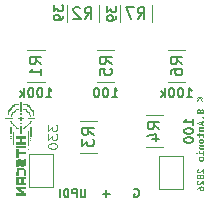
<source format=gbr>
%TF.GenerationSoftware,KiCad,Pcbnew,9.0.7*%
%TF.CreationDate,2026-01-19T15:41:53+08:00*%
%TF.ProjectId,mini-ir-blaster,6d696e69-2d69-4722-9d62-6c6173746572,rev?*%
%TF.SameCoordinates,Original*%
%TF.FileFunction,Legend,Bot*%
%TF.FilePolarity,Positive*%
%FSLAX46Y46*%
G04 Gerber Fmt 4.6, Leading zero omitted, Abs format (unit mm)*
G04 Created by KiCad (PCBNEW 9.0.7) date 2026-01-19 15:41:53*
%MOMM*%
%LPD*%
G01*
G04 APERTURE LIST*
%ADD10C,0.100000*%
%ADD11C,0.150000*%
%ADD12C,0.125000*%
%ADD13C,0.000000*%
%ADD14C,0.120000*%
G04 APERTURE END LIST*
D10*
G36*
X190517416Y-113246317D02*
G01*
X190542355Y-113256661D01*
X190563416Y-113273766D01*
X190579148Y-113296039D01*
X190588898Y-113323022D01*
X190592359Y-113356015D01*
X190588916Y-113388464D01*
X190579183Y-113415187D01*
X190563416Y-113437421D01*
X190542355Y-113454526D01*
X190517416Y-113464870D01*
X190487433Y-113468489D01*
X190487433Y-113397158D01*
X190504458Y-113394228D01*
X190517658Y-113385800D01*
X190526354Y-113372935D01*
X190529381Y-113356015D01*
X190526369Y-113339019D01*
X190517658Y-113325790D01*
X190504428Y-113317078D01*
X190487433Y-113314066D01*
X190395072Y-113314066D01*
X190377424Y-113317128D01*
X190364444Y-113325790D01*
X190356044Y-113338986D01*
X190353123Y-113356015D01*
X190356059Y-113372969D01*
X190364444Y-113385800D01*
X190377392Y-113394179D01*
X190395072Y-113397158D01*
X190395072Y-113468489D01*
X190365090Y-113464869D01*
X190340164Y-113454525D01*
X190319125Y-113437421D01*
X190303337Y-113415184D01*
X190293592Y-113388462D01*
X190290145Y-113356015D01*
X190293610Y-113323025D01*
X190303372Y-113296041D01*
X190319125Y-113273766D01*
X190340164Y-113256662D01*
X190365090Y-113246318D01*
X190395072Y-113242698D01*
X190487433Y-113242698D01*
X190517416Y-113246317D01*
G37*
G36*
X190543748Y-113140908D02*
G01*
X190578743Y-113149947D01*
X190609981Y-113164626D01*
X190637892Y-113184847D01*
X190661293Y-113209717D01*
X190680506Y-113239731D01*
X190694217Y-113272785D01*
X190702717Y-113309902D01*
X190705676Y-113351838D01*
X190702697Y-113394317D01*
X190694178Y-113431532D01*
X190680506Y-113464312D01*
X190661317Y-113494070D01*
X190637919Y-113518814D01*
X190609981Y-113539014D01*
X190578743Y-113553693D01*
X190543748Y-113562732D01*
X190504212Y-113565868D01*
X190378293Y-113565868D01*
X190338732Y-113562730D01*
X190303739Y-113553690D01*
X190272523Y-113539014D01*
X190244588Y-113518813D01*
X190221203Y-113494069D01*
X190202035Y-113464312D01*
X190188342Y-113431530D01*
X190179811Y-113394315D01*
X190176829Y-113351838D01*
X190218814Y-113351838D01*
X190221186Y-113384898D01*
X190227993Y-113414062D01*
X190238964Y-113439949D01*
X190254241Y-113463441D01*
X190272758Y-113482902D01*
X190294762Y-113498714D01*
X190319334Y-113510175D01*
X190346967Y-113517248D01*
X190378293Y-113519706D01*
X190504212Y-113519706D01*
X190535541Y-113517255D01*
X190563317Y-113510188D01*
X190588146Y-113498714D01*
X190610377Y-113482864D01*
X190628894Y-113463401D01*
X190643980Y-113439949D01*
X190654704Y-113414087D01*
X190661367Y-113384921D01*
X190663690Y-113351838D01*
X190661367Y-113318731D01*
X190654703Y-113289553D01*
X190643980Y-113263691D01*
X190628894Y-113240239D01*
X190610377Y-113220776D01*
X190588146Y-113204926D01*
X190563317Y-113193452D01*
X190535541Y-113186385D01*
X190504212Y-113183934D01*
X190378293Y-113183934D01*
X190346967Y-113186392D01*
X190319334Y-113193465D01*
X190294762Y-113204926D01*
X190272758Y-113220738D01*
X190254241Y-113240199D01*
X190238964Y-113263691D01*
X190227994Y-113289578D01*
X190221186Y-113318753D01*
X190218814Y-113351838D01*
X190176829Y-113351838D01*
X190179791Y-113309904D01*
X190188304Y-113272787D01*
X190202035Y-113239731D01*
X190221226Y-113209718D01*
X190244615Y-113184848D01*
X190272523Y-113164626D01*
X190303739Y-113149950D01*
X190338732Y-113140910D01*
X190378293Y-113137772D01*
X190504212Y-113137772D01*
X190543748Y-113140908D01*
G37*
G36*
X190806389Y-114360549D02*
G01*
X190803699Y-114317940D01*
X190796019Y-114280556D01*
X190783748Y-114247636D01*
X190766223Y-114217454D01*
X190744885Y-114192761D01*
X190719524Y-114172934D01*
X190690788Y-114158487D01*
X190658448Y-114149604D01*
X190621705Y-114146519D01*
X190621705Y-114269068D01*
X190643502Y-114271925D01*
X190661542Y-114280124D01*
X190676733Y-114293834D01*
X190687772Y-114311422D01*
X190694767Y-114333284D01*
X190697286Y-114360549D01*
X190694836Y-114387313D01*
X190688101Y-114408304D01*
X190677576Y-114424773D01*
X190663064Y-114437533D01*
X190645848Y-114445185D01*
X190625076Y-114447854D01*
X190600373Y-114444053D01*
X190578511Y-114432723D01*
X190566576Y-114421384D01*
X190557479Y-114406801D01*
X190551217Y-114388283D01*
X190533594Y-114313545D01*
X190518386Y-114267595D01*
X190496685Y-114229838D01*
X190468528Y-114198982D01*
X190443232Y-114180444D01*
X190415880Y-114167312D01*
X190386036Y-114159332D01*
X190353123Y-114156594D01*
X190312716Y-114160198D01*
X190278417Y-114170439D01*
X190249062Y-114186923D01*
X190223833Y-114209900D01*
X190204020Y-114237663D01*
X190189393Y-114270496D01*
X190180124Y-114309375D01*
X190176829Y-114355530D01*
X190180132Y-114401622D01*
X190189453Y-114440728D01*
X190204215Y-114474014D01*
X190224273Y-114502405D01*
X190249785Y-114526091D01*
X190279067Y-114542954D01*
X190312869Y-114553354D01*
X190352281Y-114556994D01*
X190352281Y-114434445D01*
X190331970Y-114431961D01*
X190315635Y-114424947D01*
X190302345Y-114413452D01*
X190292676Y-114398472D01*
X190286516Y-114379526D01*
X190284284Y-114355530D01*
X190286470Y-114332083D01*
X190292487Y-114313705D01*
X190301906Y-114299293D01*
X190314826Y-114288183D01*
X190330237Y-114281486D01*
X190348910Y-114279143D01*
X190370357Y-114282644D01*
X190387142Y-114292688D01*
X190400439Y-114310017D01*
X190410203Y-114337065D01*
X190427825Y-114414295D01*
X190438417Y-114449253D01*
X190453464Y-114479615D01*
X190472932Y-114506007D01*
X190497068Y-114528857D01*
X190524752Y-114547235D01*
X190554975Y-114560399D01*
X190588214Y-114568465D01*
X190625076Y-114571245D01*
X190660704Y-114568270D01*
X190692363Y-114559671D01*
X190720770Y-114545636D01*
X190745866Y-114526376D01*
X190766919Y-114502248D01*
X190784151Y-114472620D01*
X190796170Y-114440289D01*
X190803730Y-114403206D01*
X190806389Y-114360549D01*
G37*
G36*
X190806389Y-114862431D02*
G01*
X190803633Y-114838223D01*
X190795782Y-114818097D01*
X190782905Y-114801139D01*
X190765945Y-114788241D01*
X190745819Y-114780378D01*
X190721613Y-114777618D01*
X190697408Y-114780379D01*
X190677295Y-114788242D01*
X190660356Y-114801139D01*
X190647458Y-114818099D01*
X190639596Y-114838225D01*
X190636836Y-114862431D01*
X190639597Y-114886636D01*
X190647460Y-114906749D01*
X190660356Y-114923688D01*
X190677295Y-114936584D01*
X190697408Y-114944447D01*
X190721613Y-114947208D01*
X190745819Y-114944448D01*
X190765945Y-114936586D01*
X190782905Y-114923688D01*
X190795780Y-114906752D01*
X190803632Y-114886639D01*
X190806389Y-114862431D01*
G37*
G36*
X190798000Y-115263527D02*
G01*
X190659514Y-115292909D01*
X190659514Y-115438979D01*
X190798000Y-115468361D01*
X190798000Y-115596772D01*
X190185219Y-115444841D01*
X190185219Y-115365963D01*
X190298535Y-115365963D01*
X190347665Y-115375598D01*
X190411046Y-115387761D01*
X190558764Y-115417144D01*
X190558764Y-115313902D01*
X190410203Y-115344970D01*
X190347262Y-115357133D01*
X190298535Y-115365963D01*
X190185219Y-115365963D01*
X190185219Y-115285362D01*
X190798000Y-115135116D01*
X190798000Y-115263527D01*
G37*
G36*
X190798000Y-115673049D02*
G01*
X190336307Y-115673049D01*
X190336307Y-115794755D01*
X190420278Y-115794755D01*
X190393902Y-115804161D01*
X190371734Y-115818478D01*
X190353123Y-115837986D01*
X190339339Y-115861229D01*
X190330873Y-115887943D01*
X190327918Y-115918989D01*
X190331014Y-115951720D01*
X190339907Y-115980075D01*
X190354417Y-116004922D01*
X190374922Y-116026847D01*
X190399392Y-116044123D01*
X190427863Y-116056795D01*
X190461084Y-116064769D01*
X190499999Y-116067587D01*
X190798000Y-116067587D01*
X190798000Y-115941667D01*
X190512602Y-115941667D01*
X190489263Y-115939333D01*
X190471047Y-115932901D01*
X190456804Y-115922763D01*
X190446096Y-115909020D01*
X190439440Y-115891877D01*
X190437057Y-115870336D01*
X190439440Y-115848770D01*
X190446096Y-115831602D01*
X190456804Y-115817836D01*
X190471045Y-115807719D01*
X190489260Y-115801299D01*
X190512602Y-115798968D01*
X190798000Y-115798968D01*
X190798000Y-115673049D01*
G37*
G36*
X190798000Y-116419187D02*
G01*
X190795216Y-116384204D01*
X190787356Y-116354683D01*
X190774851Y-116329647D01*
X190757699Y-116308361D01*
X190736415Y-116291225D01*
X190711386Y-116278731D01*
X190681876Y-116270879D01*
X190646911Y-116268098D01*
X190449660Y-116268098D01*
X190449660Y-116143864D01*
X190336307Y-116143864D01*
X190336307Y-116268098D01*
X190206211Y-116268098D01*
X190206211Y-116393981D01*
X190336307Y-116393981D01*
X190336307Y-116574452D01*
X190449660Y-116574452D01*
X190449660Y-116393981D01*
X190642698Y-116393981D01*
X190659862Y-116396511D01*
X190672923Y-116403616D01*
X190681590Y-116415128D01*
X190684683Y-116431753D01*
X190684683Y-116570275D01*
X190798000Y-116570275D01*
X190798000Y-116419187D01*
G37*
G36*
X190657973Y-116677985D02*
G01*
X190690057Y-116686320D01*
X190718682Y-116699858D01*
X190744199Y-116718538D01*
X190765652Y-116741729D01*
X190783308Y-116769944D01*
X190795830Y-116800949D01*
X190803651Y-116836227D01*
X190806389Y-116876556D01*
X190803632Y-116917430D01*
X190795794Y-116952817D01*
X190783308Y-116983571D01*
X190765674Y-117011527D01*
X190744225Y-117034578D01*
X190718682Y-117053217D01*
X190690057Y-117066754D01*
X190657973Y-117075090D01*
X190621705Y-117077983D01*
X190512602Y-117077983D01*
X190476358Y-117075090D01*
X190444286Y-117066756D01*
X190415662Y-117053217D01*
X190390096Y-117034576D01*
X190368635Y-117011524D01*
X190350998Y-116983571D01*
X190338513Y-116952817D01*
X190330675Y-116917430D01*
X190327918Y-116876556D01*
X190437057Y-116876556D01*
X190439462Y-116900428D01*
X190446046Y-116918747D01*
X190456365Y-116932793D01*
X190470411Y-116943111D01*
X190488729Y-116949695D01*
X190512602Y-116952100D01*
X190621705Y-116952100D01*
X190645036Y-116949724D01*
X190663278Y-116943163D01*
X190677576Y-116932793D01*
X190688127Y-116918714D01*
X190694838Y-116900394D01*
X190697286Y-116876556D01*
X190694866Y-116853258D01*
X190688178Y-116835029D01*
X190677576Y-116820722D01*
X190663246Y-116810118D01*
X190645004Y-116803430D01*
X190621705Y-116801011D01*
X190512602Y-116801011D01*
X190488763Y-116803459D01*
X190470443Y-116810170D01*
X190456365Y-116820722D01*
X190445996Y-116834997D01*
X190439435Y-116853225D01*
X190437057Y-116876556D01*
X190327918Y-116876556D01*
X190330656Y-116836227D01*
X190338477Y-116800949D01*
X190350998Y-116769944D01*
X190368657Y-116741731D01*
X190390121Y-116718541D01*
X190415662Y-116699858D01*
X190444286Y-116686319D01*
X190476358Y-116677984D01*
X190512602Y-116675092D01*
X190621705Y-116675092D01*
X190657973Y-116677985D01*
G37*
G36*
X190798000Y-117183642D02*
G01*
X190336307Y-117183642D01*
X190336307Y-117305348D01*
X190420278Y-117305348D01*
X190393902Y-117314754D01*
X190371734Y-117329071D01*
X190353123Y-117348579D01*
X190339339Y-117371823D01*
X190330873Y-117398536D01*
X190327918Y-117429583D01*
X190331014Y-117462313D01*
X190339907Y-117490668D01*
X190354417Y-117515515D01*
X190374922Y-117537440D01*
X190399392Y-117554716D01*
X190427863Y-117567388D01*
X190461084Y-117575362D01*
X190499999Y-117578180D01*
X190798000Y-117578180D01*
X190798000Y-117452260D01*
X190512602Y-117452260D01*
X190489263Y-117449926D01*
X190471047Y-117443494D01*
X190456804Y-117433356D01*
X190446096Y-117419613D01*
X190439440Y-117402470D01*
X190437057Y-117380929D01*
X190439440Y-117359363D01*
X190446096Y-117342195D01*
X190456804Y-117328429D01*
X190471045Y-117318313D01*
X190489260Y-117311892D01*
X190512602Y-117309562D01*
X190798000Y-117309562D01*
X190798000Y-117183642D01*
G37*
G36*
X190798000Y-117690544D02*
G01*
X190684683Y-117690544D01*
X190684683Y-117843318D01*
X190449660Y-117843318D01*
X190449660Y-117707323D01*
X190336307Y-117707323D01*
X190336307Y-117969237D01*
X190684683Y-117969237D01*
X190684683Y-118101861D01*
X190798000Y-118101861D01*
X190798000Y-117690544D01*
G37*
G36*
X190263291Y-117900361D02*
G01*
X190261149Y-117878055D01*
X190255172Y-117860023D01*
X190245669Y-117845369D01*
X190232698Y-117834063D01*
X190217026Y-117827222D01*
X190197822Y-117824816D01*
X190178617Y-117827222D01*
X190162945Y-117834063D01*
X190149974Y-117845369D01*
X190140471Y-117860023D01*
X190134494Y-117878055D01*
X190132352Y-117900361D01*
X190134495Y-117922691D01*
X190140474Y-117940720D01*
X190149974Y-117955352D01*
X190162945Y-117966658D01*
X190178617Y-117973500D01*
X190197822Y-117975905D01*
X190217026Y-117973500D01*
X190232698Y-117966658D01*
X190245669Y-117955352D01*
X190255169Y-117940720D01*
X190261148Y-117922691D01*
X190263291Y-117900361D01*
G37*
G36*
X190657973Y-118188578D02*
G01*
X190690057Y-118196914D01*
X190718682Y-118210451D01*
X190744199Y-118229132D01*
X190765652Y-118252322D01*
X190783308Y-118280537D01*
X190795830Y-118311542D01*
X190803651Y-118346820D01*
X190806389Y-118387149D01*
X190803632Y-118428024D01*
X190795794Y-118463410D01*
X190783308Y-118494164D01*
X190765674Y-118522120D01*
X190744225Y-118545171D01*
X190718682Y-118563810D01*
X190690057Y-118577348D01*
X190657973Y-118585683D01*
X190621705Y-118588576D01*
X190512602Y-118588576D01*
X190476358Y-118585684D01*
X190444286Y-118577349D01*
X190415662Y-118563810D01*
X190390096Y-118545169D01*
X190368635Y-118522117D01*
X190350998Y-118494164D01*
X190338513Y-118463410D01*
X190330675Y-118428024D01*
X190327918Y-118387149D01*
X190437057Y-118387149D01*
X190439462Y-118411022D01*
X190446046Y-118429340D01*
X190456365Y-118443386D01*
X190470411Y-118453705D01*
X190488729Y-118460288D01*
X190512602Y-118462693D01*
X190621705Y-118462693D01*
X190645036Y-118460317D01*
X190663278Y-118453756D01*
X190677576Y-118443386D01*
X190688127Y-118429307D01*
X190694838Y-118410988D01*
X190697286Y-118387149D01*
X190694866Y-118363851D01*
X190688178Y-118345622D01*
X190677576Y-118331315D01*
X190663246Y-118320711D01*
X190645004Y-118314023D01*
X190621705Y-118311605D01*
X190512602Y-118311605D01*
X190488763Y-118314052D01*
X190470443Y-118320763D01*
X190456365Y-118331315D01*
X190445996Y-118345590D01*
X190439435Y-118363818D01*
X190437057Y-118387149D01*
X190327918Y-118387149D01*
X190330656Y-118346820D01*
X190338477Y-118311542D01*
X190350998Y-118280537D01*
X190368657Y-118252324D01*
X190390121Y-118229134D01*
X190415662Y-118210451D01*
X190444286Y-118196912D01*
X190476358Y-118188577D01*
X190512602Y-118185685D01*
X190621705Y-118185685D01*
X190657973Y-118188578D01*
G37*
G36*
X190798000Y-119196924D02*
G01*
X190685526Y-119196924D01*
X190454680Y-119429455D01*
X190429414Y-119449142D01*
X190401476Y-119460747D01*
X190369903Y-119464699D01*
X190347740Y-119462299D01*
X190328959Y-119455425D01*
X190312823Y-119444146D01*
X190300322Y-119429155D01*
X190292781Y-119411388D01*
X190290145Y-119389998D01*
X190292864Y-119368103D01*
X190300672Y-119349773D01*
X190313666Y-119334164D01*
X190330432Y-119322475D01*
X190350287Y-119315294D01*
X190374079Y-119312768D01*
X190374079Y-119186849D01*
X190335665Y-119189936D01*
X190301654Y-119198835D01*
X190271278Y-119213300D01*
X190244052Y-119233120D01*
X190221070Y-119257312D01*
X190202035Y-119286317D01*
X190188278Y-119318265D01*
X190179780Y-119353988D01*
X190176829Y-119394211D01*
X190179555Y-119433373D01*
X190187363Y-119467810D01*
X190199910Y-119498258D01*
X190217506Y-119525983D01*
X190238964Y-119549063D01*
X190264573Y-119567941D01*
X190293213Y-119581759D01*
X190325015Y-119590222D01*
X190360670Y-119593147D01*
X190392685Y-119590832D01*
X190424067Y-119583883D01*
X190455119Y-119572154D01*
X190484205Y-119556086D01*
X190514196Y-119533735D01*
X190545318Y-119504157D01*
X190684683Y-119358087D01*
X190684683Y-119599851D01*
X190798000Y-119599851D01*
X190798000Y-119196924D01*
G37*
G36*
X190506290Y-119840949D02*
G01*
X190519871Y-119846449D01*
X190530663Y-119855317D01*
X190541492Y-119873648D01*
X190545318Y-119897742D01*
X190541447Y-119922462D01*
X190530663Y-119940533D01*
X190519902Y-119949165D01*
X190506323Y-119954540D01*
X190489081Y-119956470D01*
X190471886Y-119954520D01*
X190458629Y-119949135D01*
X190448378Y-119940533D01*
X190438211Y-119922531D01*
X190434530Y-119897742D01*
X190438167Y-119873583D01*
X190448378Y-119855317D01*
X190458661Y-119846478D01*
X190471920Y-119840968D01*
X190489081Y-119838977D01*
X190506290Y-119840949D01*
G37*
G36*
X190657973Y-119699171D02*
G01*
X190690057Y-119707507D01*
X190718682Y-119721045D01*
X190744199Y-119739725D01*
X190765652Y-119762915D01*
X190783308Y-119791130D01*
X190795830Y-119822136D01*
X190803651Y-119857414D01*
X190806389Y-119897742D01*
X190803632Y-119938617D01*
X190795794Y-119974003D01*
X190783308Y-120004757D01*
X190765674Y-120032713D01*
X190744225Y-120055765D01*
X190718682Y-120074403D01*
X190690057Y-120087941D01*
X190657973Y-120096276D01*
X190621705Y-120099169D01*
X190361513Y-120099169D01*
X190325270Y-120096277D01*
X190293198Y-120087942D01*
X190264573Y-120074403D01*
X190239007Y-120055762D01*
X190217546Y-120032710D01*
X190199910Y-120004757D01*
X190187424Y-119974003D01*
X190179586Y-119938617D01*
X190176829Y-119897742D01*
X190285969Y-119897742D01*
X190288449Y-119923287D01*
X190295305Y-119943448D01*
X190306119Y-119959401D01*
X190320852Y-119971561D01*
X190338978Y-119979026D01*
X190361513Y-119981676D01*
X190621705Y-119981676D01*
X190644241Y-119979027D01*
X190662381Y-119971563D01*
X190677136Y-119959401D01*
X190687949Y-119943448D01*
X190694806Y-119923287D01*
X190697286Y-119897742D01*
X190694833Y-119872738D01*
X190688000Y-119852658D01*
X190677136Y-119836449D01*
X190662350Y-119824049D01*
X190644210Y-119816461D01*
X190621705Y-119813771D01*
X190361513Y-119813771D01*
X190338975Y-119816418D01*
X190320849Y-119823871D01*
X190306119Y-119836010D01*
X190295305Y-119851986D01*
X190288449Y-119872172D01*
X190285969Y-119897742D01*
X190176829Y-119897742D01*
X190179567Y-119857414D01*
X190187388Y-119822136D01*
X190199910Y-119791130D01*
X190217569Y-119762918D01*
X190239033Y-119739727D01*
X190264573Y-119721045D01*
X190293198Y-119707505D01*
X190325270Y-119699171D01*
X190361513Y-119696278D01*
X190621705Y-119696278D01*
X190657973Y-119699171D01*
G37*
G36*
X190798000Y-120203986D02*
G01*
X190685526Y-120203986D01*
X190454680Y-120436517D01*
X190429414Y-120456204D01*
X190401476Y-120467809D01*
X190369903Y-120471762D01*
X190347740Y-120469361D01*
X190328959Y-120462487D01*
X190312823Y-120451209D01*
X190300322Y-120436217D01*
X190292781Y-120418450D01*
X190290145Y-120397060D01*
X190292864Y-120375166D01*
X190300672Y-120356835D01*
X190313666Y-120341226D01*
X190330432Y-120329537D01*
X190350287Y-120322357D01*
X190374079Y-120319830D01*
X190374079Y-120193911D01*
X190335665Y-120196998D01*
X190301654Y-120205897D01*
X190271278Y-120220362D01*
X190244052Y-120240182D01*
X190221070Y-120264374D01*
X190202035Y-120293379D01*
X190188278Y-120325327D01*
X190179780Y-120361050D01*
X190176829Y-120401273D01*
X190179555Y-120440435D01*
X190187363Y-120474873D01*
X190199910Y-120505321D01*
X190217506Y-120533045D01*
X190238964Y-120556125D01*
X190264573Y-120575003D01*
X190293213Y-120588821D01*
X190325015Y-120597284D01*
X190360670Y-120600209D01*
X190392685Y-120597894D01*
X190424067Y-120590945D01*
X190455119Y-120579216D01*
X190484205Y-120563149D01*
X190514196Y-120540797D01*
X190545318Y-120511219D01*
X190684683Y-120365150D01*
X190684683Y-120606913D01*
X190798000Y-120606913D01*
X190798000Y-120203986D01*
G37*
G36*
X190640080Y-120693817D02*
G01*
X190676584Y-120702617D01*
X190708607Y-120716749D01*
X190737297Y-120736562D01*
X190761230Y-120761161D01*
X190780780Y-120791048D01*
X190794685Y-120824121D01*
X190803355Y-120861754D01*
X190806389Y-120904804D01*
X190802637Y-120954063D01*
X190792043Y-120995740D01*
X190775221Y-121031152D01*
X190752241Y-121061315D01*
X190723408Y-121086053D01*
X190690035Y-121103863D01*
X190651233Y-121114939D01*
X190605768Y-121118834D01*
X190562505Y-121115802D01*
X190525998Y-121107271D01*
X190495119Y-121093812D01*
X190468968Y-121075603D01*
X190447100Y-121052304D01*
X190431542Y-121025535D01*
X190421950Y-120994609D01*
X190418593Y-120958513D01*
X190421604Y-120928471D01*
X190429378Y-120904804D01*
X190511759Y-120904804D01*
X190514804Y-120931689D01*
X190523395Y-120953550D01*
X190537368Y-120971519D01*
X190555841Y-120984914D01*
X190578782Y-120993286D01*
X190607453Y-120996285D01*
X190635547Y-120993296D01*
X190658084Y-120984936D01*
X190676293Y-120971519D01*
X190690008Y-120953583D01*
X190698462Y-120931722D01*
X190701463Y-120904804D01*
X190698461Y-120877862D01*
X190690006Y-120855989D01*
X190676293Y-120838053D01*
X190658084Y-120824635D01*
X190635547Y-120816276D01*
X190607453Y-120813286D01*
X190578782Y-120816286D01*
X190555841Y-120824658D01*
X190537368Y-120838053D01*
X190523397Y-120856022D01*
X190514804Y-120877895D01*
X190511759Y-120904804D01*
X190429378Y-120904804D01*
X190430353Y-120901837D01*
X190444602Y-120878832D01*
X190463069Y-120861976D01*
X190460541Y-120857800D01*
X190185219Y-121019806D01*
X190185219Y-120876264D01*
X190416065Y-120750345D01*
X190466738Y-120725262D01*
X190515130Y-120706674D01*
X190562431Y-120694312D01*
X190598221Y-120690737D01*
X190640080Y-120693817D01*
G37*
D11*
X180734649Y-120906533D02*
X180734649Y-121473200D01*
X180734649Y-121473200D02*
X180701316Y-121539866D01*
X180701316Y-121539866D02*
X180667982Y-121573200D01*
X180667982Y-121573200D02*
X180601316Y-121606533D01*
X180601316Y-121606533D02*
X180467982Y-121606533D01*
X180467982Y-121606533D02*
X180401316Y-121573200D01*
X180401316Y-121573200D02*
X180367982Y-121539866D01*
X180367982Y-121539866D02*
X180334649Y-121473200D01*
X180334649Y-121473200D02*
X180334649Y-120906533D01*
X180001316Y-121606533D02*
X180001316Y-120906533D01*
X180001316Y-120906533D02*
X179734649Y-120906533D01*
X179734649Y-120906533D02*
X179667983Y-120939866D01*
X179667983Y-120939866D02*
X179634649Y-120973200D01*
X179634649Y-120973200D02*
X179601316Y-121039866D01*
X179601316Y-121039866D02*
X179601316Y-121139866D01*
X179601316Y-121139866D02*
X179634649Y-121206533D01*
X179634649Y-121206533D02*
X179667983Y-121239866D01*
X179667983Y-121239866D02*
X179734649Y-121273200D01*
X179734649Y-121273200D02*
X180001316Y-121273200D01*
X179301316Y-121606533D02*
X179301316Y-120906533D01*
X179301316Y-120906533D02*
X179134649Y-120906533D01*
X179134649Y-120906533D02*
X179034649Y-120939866D01*
X179034649Y-120939866D02*
X178967983Y-121006533D01*
X178967983Y-121006533D02*
X178934649Y-121073200D01*
X178934649Y-121073200D02*
X178901316Y-121206533D01*
X178901316Y-121206533D02*
X178901316Y-121306533D01*
X178901316Y-121306533D02*
X178934649Y-121439866D01*
X178934649Y-121439866D02*
X178967983Y-121506533D01*
X178967983Y-121506533D02*
X179034649Y-121573200D01*
X179034649Y-121573200D02*
X179134649Y-121606533D01*
X179134649Y-121606533D02*
X179301316Y-121606533D01*
X178601316Y-121606533D02*
X178601316Y-120906533D01*
X182810839Y-121289533D02*
X182201316Y-121289533D01*
X182506077Y-121594295D02*
X182506077Y-120984771D01*
X184867982Y-120939866D02*
X184934649Y-120906533D01*
X184934649Y-120906533D02*
X185034649Y-120906533D01*
X185034649Y-120906533D02*
X185134649Y-120939866D01*
X185134649Y-120939866D02*
X185201316Y-121006533D01*
X185201316Y-121006533D02*
X185234649Y-121073200D01*
X185234649Y-121073200D02*
X185267982Y-121206533D01*
X185267982Y-121206533D02*
X185267982Y-121306533D01*
X185267982Y-121306533D02*
X185234649Y-121439866D01*
X185234649Y-121439866D02*
X185201316Y-121506533D01*
X185201316Y-121506533D02*
X185134649Y-121573200D01*
X185134649Y-121573200D02*
X185034649Y-121606533D01*
X185034649Y-121606533D02*
X184967982Y-121606533D01*
X184967982Y-121606533D02*
X184867982Y-121573200D01*
X184867982Y-121573200D02*
X184834649Y-121539866D01*
X184834649Y-121539866D02*
X184834649Y-121306533D01*
X184834649Y-121306533D02*
X184967982Y-121306533D01*
X185166666Y-106504819D02*
X185499999Y-106028628D01*
X185738094Y-106504819D02*
X185738094Y-105504819D01*
X185738094Y-105504819D02*
X185357142Y-105504819D01*
X185357142Y-105504819D02*
X185261904Y-105552438D01*
X185261904Y-105552438D02*
X185214285Y-105600057D01*
X185214285Y-105600057D02*
X185166666Y-105695295D01*
X185166666Y-105695295D02*
X185166666Y-105838152D01*
X185166666Y-105838152D02*
X185214285Y-105933390D01*
X185214285Y-105933390D02*
X185261904Y-105981009D01*
X185261904Y-105981009D02*
X185357142Y-106028628D01*
X185357142Y-106028628D02*
X185738094Y-106028628D01*
X184833332Y-105504819D02*
X184166666Y-105504819D01*
X184166666Y-105504819D02*
X184595237Y-106504819D01*
X182562295Y-105402380D02*
X182562295Y-105897618D01*
X182562295Y-105897618D02*
X182867057Y-105630952D01*
X182867057Y-105630952D02*
X182867057Y-105745237D01*
X182867057Y-105745237D02*
X182905152Y-105821428D01*
X182905152Y-105821428D02*
X182943247Y-105859523D01*
X182943247Y-105859523D02*
X183019438Y-105897618D01*
X183019438Y-105897618D02*
X183209914Y-105897618D01*
X183209914Y-105897618D02*
X183286104Y-105859523D01*
X183286104Y-105859523D02*
X183324200Y-105821428D01*
X183324200Y-105821428D02*
X183362295Y-105745237D01*
X183362295Y-105745237D02*
X183362295Y-105516666D01*
X183362295Y-105516666D02*
X183324200Y-105440475D01*
X183324200Y-105440475D02*
X183286104Y-105402380D01*
X183362295Y-106278571D02*
X183362295Y-106430952D01*
X183362295Y-106430952D02*
X183324200Y-106507142D01*
X183324200Y-106507142D02*
X183286104Y-106545238D01*
X183286104Y-106545238D02*
X183171819Y-106621428D01*
X183171819Y-106621428D02*
X183019438Y-106659523D01*
X183019438Y-106659523D02*
X182714676Y-106659523D01*
X182714676Y-106659523D02*
X182638485Y-106621428D01*
X182638485Y-106621428D02*
X182600390Y-106583333D01*
X182600390Y-106583333D02*
X182562295Y-106507142D01*
X182562295Y-106507142D02*
X182562295Y-106354761D01*
X182562295Y-106354761D02*
X182600390Y-106278571D01*
X182600390Y-106278571D02*
X182638485Y-106240476D01*
X182638485Y-106240476D02*
X182714676Y-106202380D01*
X182714676Y-106202380D02*
X182905152Y-106202380D01*
X182905152Y-106202380D02*
X182981342Y-106240476D01*
X182981342Y-106240476D02*
X183019438Y-106278571D01*
X183019438Y-106278571D02*
X183057533Y-106354761D01*
X183057533Y-106354761D02*
X183057533Y-106507142D01*
X183057533Y-106507142D02*
X183019438Y-106583333D01*
X183019438Y-106583333D02*
X182981342Y-106621428D01*
X182981342Y-106621428D02*
X182905152Y-106659523D01*
X188954819Y-110333333D02*
X188478628Y-110000000D01*
X188954819Y-109761905D02*
X187954819Y-109761905D01*
X187954819Y-109761905D02*
X187954819Y-110142857D01*
X187954819Y-110142857D02*
X188002438Y-110238095D01*
X188002438Y-110238095D02*
X188050057Y-110285714D01*
X188050057Y-110285714D02*
X188145295Y-110333333D01*
X188145295Y-110333333D02*
X188288152Y-110333333D01*
X188288152Y-110333333D02*
X188383390Y-110285714D01*
X188383390Y-110285714D02*
X188431009Y-110238095D01*
X188431009Y-110238095D02*
X188478628Y-110142857D01*
X188478628Y-110142857D02*
X188478628Y-109761905D01*
X187954819Y-111190476D02*
X187954819Y-111000000D01*
X187954819Y-111000000D02*
X188002438Y-110904762D01*
X188002438Y-110904762D02*
X188050057Y-110857143D01*
X188050057Y-110857143D02*
X188192914Y-110761905D01*
X188192914Y-110761905D02*
X188383390Y-110714286D01*
X188383390Y-110714286D02*
X188764342Y-110714286D01*
X188764342Y-110714286D02*
X188859580Y-110761905D01*
X188859580Y-110761905D02*
X188907200Y-110809524D01*
X188907200Y-110809524D02*
X188954819Y-110904762D01*
X188954819Y-110904762D02*
X188954819Y-111095238D01*
X188954819Y-111095238D02*
X188907200Y-111190476D01*
X188907200Y-111190476D02*
X188859580Y-111238095D01*
X188859580Y-111238095D02*
X188764342Y-111285714D01*
X188764342Y-111285714D02*
X188526247Y-111285714D01*
X188526247Y-111285714D02*
X188431009Y-111238095D01*
X188431009Y-111238095D02*
X188383390Y-111190476D01*
X188383390Y-111190476D02*
X188335771Y-111095238D01*
X188335771Y-111095238D02*
X188335771Y-110904762D01*
X188335771Y-110904762D02*
X188383390Y-110809524D01*
X188383390Y-110809524D02*
X188431009Y-110761905D01*
X188431009Y-110761905D02*
X188526247Y-110714286D01*
X189307143Y-113142295D02*
X189764286Y-113142295D01*
X189535714Y-113142295D02*
X189535714Y-112342295D01*
X189535714Y-112342295D02*
X189611905Y-112456580D01*
X189611905Y-112456580D02*
X189688095Y-112532771D01*
X189688095Y-112532771D02*
X189764286Y-112570866D01*
X188811904Y-112342295D02*
X188735714Y-112342295D01*
X188735714Y-112342295D02*
X188659523Y-112380390D01*
X188659523Y-112380390D02*
X188621428Y-112418485D01*
X188621428Y-112418485D02*
X188583333Y-112494676D01*
X188583333Y-112494676D02*
X188545238Y-112647057D01*
X188545238Y-112647057D02*
X188545238Y-112837533D01*
X188545238Y-112837533D02*
X188583333Y-112989914D01*
X188583333Y-112989914D02*
X188621428Y-113066104D01*
X188621428Y-113066104D02*
X188659523Y-113104200D01*
X188659523Y-113104200D02*
X188735714Y-113142295D01*
X188735714Y-113142295D02*
X188811904Y-113142295D01*
X188811904Y-113142295D02*
X188888095Y-113104200D01*
X188888095Y-113104200D02*
X188926190Y-113066104D01*
X188926190Y-113066104D02*
X188964285Y-112989914D01*
X188964285Y-112989914D02*
X189002381Y-112837533D01*
X189002381Y-112837533D02*
X189002381Y-112647057D01*
X189002381Y-112647057D02*
X188964285Y-112494676D01*
X188964285Y-112494676D02*
X188926190Y-112418485D01*
X188926190Y-112418485D02*
X188888095Y-112380390D01*
X188888095Y-112380390D02*
X188811904Y-112342295D01*
X188049999Y-112342295D02*
X187973809Y-112342295D01*
X187973809Y-112342295D02*
X187897618Y-112380390D01*
X187897618Y-112380390D02*
X187859523Y-112418485D01*
X187859523Y-112418485D02*
X187821428Y-112494676D01*
X187821428Y-112494676D02*
X187783333Y-112647057D01*
X187783333Y-112647057D02*
X187783333Y-112837533D01*
X187783333Y-112837533D02*
X187821428Y-112989914D01*
X187821428Y-112989914D02*
X187859523Y-113066104D01*
X187859523Y-113066104D02*
X187897618Y-113104200D01*
X187897618Y-113104200D02*
X187973809Y-113142295D01*
X187973809Y-113142295D02*
X188049999Y-113142295D01*
X188049999Y-113142295D02*
X188126190Y-113104200D01*
X188126190Y-113104200D02*
X188164285Y-113066104D01*
X188164285Y-113066104D02*
X188202380Y-112989914D01*
X188202380Y-112989914D02*
X188240476Y-112837533D01*
X188240476Y-112837533D02*
X188240476Y-112647057D01*
X188240476Y-112647057D02*
X188202380Y-112494676D01*
X188202380Y-112494676D02*
X188164285Y-112418485D01*
X188164285Y-112418485D02*
X188126190Y-112380390D01*
X188126190Y-112380390D02*
X188049999Y-112342295D01*
X187440475Y-113142295D02*
X187440475Y-112342295D01*
X187364285Y-112837533D02*
X187135713Y-113142295D01*
X187135713Y-112608961D02*
X187440475Y-112913723D01*
X182954819Y-110333333D02*
X182478628Y-110000000D01*
X182954819Y-109761905D02*
X181954819Y-109761905D01*
X181954819Y-109761905D02*
X181954819Y-110142857D01*
X181954819Y-110142857D02*
X182002438Y-110238095D01*
X182002438Y-110238095D02*
X182050057Y-110285714D01*
X182050057Y-110285714D02*
X182145295Y-110333333D01*
X182145295Y-110333333D02*
X182288152Y-110333333D01*
X182288152Y-110333333D02*
X182383390Y-110285714D01*
X182383390Y-110285714D02*
X182431009Y-110238095D01*
X182431009Y-110238095D02*
X182478628Y-110142857D01*
X182478628Y-110142857D02*
X182478628Y-109761905D01*
X181954819Y-111238095D02*
X181954819Y-110761905D01*
X181954819Y-110761905D02*
X182431009Y-110714286D01*
X182431009Y-110714286D02*
X182383390Y-110761905D01*
X182383390Y-110761905D02*
X182335771Y-110857143D01*
X182335771Y-110857143D02*
X182335771Y-111095238D01*
X182335771Y-111095238D02*
X182383390Y-111190476D01*
X182383390Y-111190476D02*
X182431009Y-111238095D01*
X182431009Y-111238095D02*
X182526247Y-111285714D01*
X182526247Y-111285714D02*
X182764342Y-111285714D01*
X182764342Y-111285714D02*
X182859580Y-111238095D01*
X182859580Y-111238095D02*
X182907200Y-111190476D01*
X182907200Y-111190476D02*
X182954819Y-111095238D01*
X182954819Y-111095238D02*
X182954819Y-110857143D01*
X182954819Y-110857143D02*
X182907200Y-110761905D01*
X182907200Y-110761905D02*
X182859580Y-110714286D01*
X182983333Y-113142295D02*
X183440476Y-113142295D01*
X183211904Y-113142295D02*
X183211904Y-112342295D01*
X183211904Y-112342295D02*
X183288095Y-112456580D01*
X183288095Y-112456580D02*
X183364285Y-112532771D01*
X183364285Y-112532771D02*
X183440476Y-112570866D01*
X182488094Y-112342295D02*
X182411904Y-112342295D01*
X182411904Y-112342295D02*
X182335713Y-112380390D01*
X182335713Y-112380390D02*
X182297618Y-112418485D01*
X182297618Y-112418485D02*
X182259523Y-112494676D01*
X182259523Y-112494676D02*
X182221428Y-112647057D01*
X182221428Y-112647057D02*
X182221428Y-112837533D01*
X182221428Y-112837533D02*
X182259523Y-112989914D01*
X182259523Y-112989914D02*
X182297618Y-113066104D01*
X182297618Y-113066104D02*
X182335713Y-113104200D01*
X182335713Y-113104200D02*
X182411904Y-113142295D01*
X182411904Y-113142295D02*
X182488094Y-113142295D01*
X182488094Y-113142295D02*
X182564285Y-113104200D01*
X182564285Y-113104200D02*
X182602380Y-113066104D01*
X182602380Y-113066104D02*
X182640475Y-112989914D01*
X182640475Y-112989914D02*
X182678571Y-112837533D01*
X182678571Y-112837533D02*
X182678571Y-112647057D01*
X182678571Y-112647057D02*
X182640475Y-112494676D01*
X182640475Y-112494676D02*
X182602380Y-112418485D01*
X182602380Y-112418485D02*
X182564285Y-112380390D01*
X182564285Y-112380390D02*
X182488094Y-112342295D01*
X181726189Y-112342295D02*
X181649999Y-112342295D01*
X181649999Y-112342295D02*
X181573808Y-112380390D01*
X181573808Y-112380390D02*
X181535713Y-112418485D01*
X181535713Y-112418485D02*
X181497618Y-112494676D01*
X181497618Y-112494676D02*
X181459523Y-112647057D01*
X181459523Y-112647057D02*
X181459523Y-112837533D01*
X181459523Y-112837533D02*
X181497618Y-112989914D01*
X181497618Y-112989914D02*
X181535713Y-113066104D01*
X181535713Y-113066104D02*
X181573808Y-113104200D01*
X181573808Y-113104200D02*
X181649999Y-113142295D01*
X181649999Y-113142295D02*
X181726189Y-113142295D01*
X181726189Y-113142295D02*
X181802380Y-113104200D01*
X181802380Y-113104200D02*
X181840475Y-113066104D01*
X181840475Y-113066104D02*
X181878570Y-112989914D01*
X181878570Y-112989914D02*
X181916666Y-112837533D01*
X181916666Y-112837533D02*
X181916666Y-112647057D01*
X181916666Y-112647057D02*
X181878570Y-112494676D01*
X181878570Y-112494676D02*
X181840475Y-112418485D01*
X181840475Y-112418485D02*
X181802380Y-112380390D01*
X181802380Y-112380390D02*
X181726189Y-112342295D01*
X187004819Y-115833333D02*
X186528628Y-115500000D01*
X187004819Y-115261905D02*
X186004819Y-115261905D01*
X186004819Y-115261905D02*
X186004819Y-115642857D01*
X186004819Y-115642857D02*
X186052438Y-115738095D01*
X186052438Y-115738095D02*
X186100057Y-115785714D01*
X186100057Y-115785714D02*
X186195295Y-115833333D01*
X186195295Y-115833333D02*
X186338152Y-115833333D01*
X186338152Y-115833333D02*
X186433390Y-115785714D01*
X186433390Y-115785714D02*
X186481009Y-115738095D01*
X186481009Y-115738095D02*
X186528628Y-115642857D01*
X186528628Y-115642857D02*
X186528628Y-115261905D01*
X186338152Y-116690476D02*
X187004819Y-116690476D01*
X185957200Y-116452381D02*
X186671485Y-116214286D01*
X186671485Y-116214286D02*
X186671485Y-116833333D01*
X189862295Y-115466666D02*
X189862295Y-115009523D01*
X189862295Y-115238095D02*
X189062295Y-115238095D01*
X189062295Y-115238095D02*
X189176580Y-115161904D01*
X189176580Y-115161904D02*
X189252771Y-115085714D01*
X189252771Y-115085714D02*
X189290866Y-115009523D01*
X189062295Y-115961905D02*
X189062295Y-116038095D01*
X189062295Y-116038095D02*
X189100390Y-116114286D01*
X189100390Y-116114286D02*
X189138485Y-116152381D01*
X189138485Y-116152381D02*
X189214676Y-116190476D01*
X189214676Y-116190476D02*
X189367057Y-116228571D01*
X189367057Y-116228571D02*
X189557533Y-116228571D01*
X189557533Y-116228571D02*
X189709914Y-116190476D01*
X189709914Y-116190476D02*
X189786104Y-116152381D01*
X189786104Y-116152381D02*
X189824200Y-116114286D01*
X189824200Y-116114286D02*
X189862295Y-116038095D01*
X189862295Y-116038095D02*
X189862295Y-115961905D01*
X189862295Y-115961905D02*
X189824200Y-115885714D01*
X189824200Y-115885714D02*
X189786104Y-115847619D01*
X189786104Y-115847619D02*
X189709914Y-115809524D01*
X189709914Y-115809524D02*
X189557533Y-115771428D01*
X189557533Y-115771428D02*
X189367057Y-115771428D01*
X189367057Y-115771428D02*
X189214676Y-115809524D01*
X189214676Y-115809524D02*
X189138485Y-115847619D01*
X189138485Y-115847619D02*
X189100390Y-115885714D01*
X189100390Y-115885714D02*
X189062295Y-115961905D01*
X189062295Y-116723810D02*
X189062295Y-116800000D01*
X189062295Y-116800000D02*
X189100390Y-116876191D01*
X189100390Y-116876191D02*
X189138485Y-116914286D01*
X189138485Y-116914286D02*
X189214676Y-116952381D01*
X189214676Y-116952381D02*
X189367057Y-116990476D01*
X189367057Y-116990476D02*
X189557533Y-116990476D01*
X189557533Y-116990476D02*
X189709914Y-116952381D01*
X189709914Y-116952381D02*
X189786104Y-116914286D01*
X189786104Y-116914286D02*
X189824200Y-116876191D01*
X189824200Y-116876191D02*
X189862295Y-116800000D01*
X189862295Y-116800000D02*
X189862295Y-116723810D01*
X189862295Y-116723810D02*
X189824200Y-116647619D01*
X189824200Y-116647619D02*
X189786104Y-116609524D01*
X189786104Y-116609524D02*
X189709914Y-116571429D01*
X189709914Y-116571429D02*
X189557533Y-116533333D01*
X189557533Y-116533333D02*
X189367057Y-116533333D01*
X189367057Y-116533333D02*
X189214676Y-116571429D01*
X189214676Y-116571429D02*
X189138485Y-116609524D01*
X189138485Y-116609524D02*
X189100390Y-116647619D01*
X189100390Y-116647619D02*
X189062295Y-116723810D01*
X181454819Y-116333333D02*
X180978628Y-116000000D01*
X181454819Y-115761905D02*
X180454819Y-115761905D01*
X180454819Y-115761905D02*
X180454819Y-116142857D01*
X180454819Y-116142857D02*
X180502438Y-116238095D01*
X180502438Y-116238095D02*
X180550057Y-116285714D01*
X180550057Y-116285714D02*
X180645295Y-116333333D01*
X180645295Y-116333333D02*
X180788152Y-116333333D01*
X180788152Y-116333333D02*
X180883390Y-116285714D01*
X180883390Y-116285714D02*
X180931009Y-116238095D01*
X180931009Y-116238095D02*
X180978628Y-116142857D01*
X180978628Y-116142857D02*
X180978628Y-115761905D01*
X180454819Y-116666667D02*
X180454819Y-117285714D01*
X180454819Y-117285714D02*
X180835771Y-116952381D01*
X180835771Y-116952381D02*
X180835771Y-117095238D01*
X180835771Y-117095238D02*
X180883390Y-117190476D01*
X180883390Y-117190476D02*
X180931009Y-117238095D01*
X180931009Y-117238095D02*
X181026247Y-117285714D01*
X181026247Y-117285714D02*
X181264342Y-117285714D01*
X181264342Y-117285714D02*
X181359580Y-117238095D01*
X181359580Y-117238095D02*
X181407200Y-117190476D01*
X181407200Y-117190476D02*
X181454819Y-117095238D01*
X181454819Y-117095238D02*
X181454819Y-116809524D01*
X181454819Y-116809524D02*
X181407200Y-116714286D01*
X181407200Y-116714286D02*
X181359580Y-116666667D01*
D12*
X177563595Y-115471428D02*
X177563595Y-115966666D01*
X177563595Y-115966666D02*
X177868357Y-115700000D01*
X177868357Y-115700000D02*
X177868357Y-115814285D01*
X177868357Y-115814285D02*
X177906452Y-115890476D01*
X177906452Y-115890476D02*
X177944547Y-115928571D01*
X177944547Y-115928571D02*
X178020738Y-115966666D01*
X178020738Y-115966666D02*
X178211214Y-115966666D01*
X178211214Y-115966666D02*
X178287404Y-115928571D01*
X178287404Y-115928571D02*
X178325500Y-115890476D01*
X178325500Y-115890476D02*
X178363595Y-115814285D01*
X178363595Y-115814285D02*
X178363595Y-115585714D01*
X178363595Y-115585714D02*
X178325500Y-115509523D01*
X178325500Y-115509523D02*
X178287404Y-115471428D01*
X177563595Y-116233333D02*
X177563595Y-116728571D01*
X177563595Y-116728571D02*
X177868357Y-116461905D01*
X177868357Y-116461905D02*
X177868357Y-116576190D01*
X177868357Y-116576190D02*
X177906452Y-116652381D01*
X177906452Y-116652381D02*
X177944547Y-116690476D01*
X177944547Y-116690476D02*
X178020738Y-116728571D01*
X178020738Y-116728571D02*
X178211214Y-116728571D01*
X178211214Y-116728571D02*
X178287404Y-116690476D01*
X178287404Y-116690476D02*
X178325500Y-116652381D01*
X178325500Y-116652381D02*
X178363595Y-116576190D01*
X178363595Y-116576190D02*
X178363595Y-116347619D01*
X178363595Y-116347619D02*
X178325500Y-116271428D01*
X178325500Y-116271428D02*
X178287404Y-116233333D01*
X177563595Y-117223810D02*
X177563595Y-117300000D01*
X177563595Y-117300000D02*
X177601690Y-117376191D01*
X177601690Y-117376191D02*
X177639785Y-117414286D01*
X177639785Y-117414286D02*
X177715976Y-117452381D01*
X177715976Y-117452381D02*
X177868357Y-117490476D01*
X177868357Y-117490476D02*
X178058833Y-117490476D01*
X178058833Y-117490476D02*
X178211214Y-117452381D01*
X178211214Y-117452381D02*
X178287404Y-117414286D01*
X178287404Y-117414286D02*
X178325500Y-117376191D01*
X178325500Y-117376191D02*
X178363595Y-117300000D01*
X178363595Y-117300000D02*
X178363595Y-117223810D01*
X178363595Y-117223810D02*
X178325500Y-117147619D01*
X178325500Y-117147619D02*
X178287404Y-117109524D01*
X178287404Y-117109524D02*
X178211214Y-117071429D01*
X178211214Y-117071429D02*
X178058833Y-117033333D01*
X178058833Y-117033333D02*
X177868357Y-117033333D01*
X177868357Y-117033333D02*
X177715976Y-117071429D01*
X177715976Y-117071429D02*
X177639785Y-117109524D01*
X177639785Y-117109524D02*
X177601690Y-117147619D01*
X177601690Y-117147619D02*
X177563595Y-117223810D01*
D11*
X180666666Y-106504819D02*
X180999999Y-106028628D01*
X181238094Y-106504819D02*
X181238094Y-105504819D01*
X181238094Y-105504819D02*
X180857142Y-105504819D01*
X180857142Y-105504819D02*
X180761904Y-105552438D01*
X180761904Y-105552438D02*
X180714285Y-105600057D01*
X180714285Y-105600057D02*
X180666666Y-105695295D01*
X180666666Y-105695295D02*
X180666666Y-105838152D01*
X180666666Y-105838152D02*
X180714285Y-105933390D01*
X180714285Y-105933390D02*
X180761904Y-105981009D01*
X180761904Y-105981009D02*
X180857142Y-106028628D01*
X180857142Y-106028628D02*
X181238094Y-106028628D01*
X180285713Y-105600057D02*
X180238094Y-105552438D01*
X180238094Y-105552438D02*
X180142856Y-105504819D01*
X180142856Y-105504819D02*
X179904761Y-105504819D01*
X179904761Y-105504819D02*
X179809523Y-105552438D01*
X179809523Y-105552438D02*
X179761904Y-105600057D01*
X179761904Y-105600057D02*
X179714285Y-105695295D01*
X179714285Y-105695295D02*
X179714285Y-105790533D01*
X179714285Y-105790533D02*
X179761904Y-105933390D01*
X179761904Y-105933390D02*
X180333332Y-106504819D01*
X180333332Y-106504819D02*
X179714285Y-106504819D01*
X178062295Y-105352380D02*
X178062295Y-105847618D01*
X178062295Y-105847618D02*
X178367057Y-105580952D01*
X178367057Y-105580952D02*
X178367057Y-105695237D01*
X178367057Y-105695237D02*
X178405152Y-105771428D01*
X178405152Y-105771428D02*
X178443247Y-105809523D01*
X178443247Y-105809523D02*
X178519438Y-105847618D01*
X178519438Y-105847618D02*
X178709914Y-105847618D01*
X178709914Y-105847618D02*
X178786104Y-105809523D01*
X178786104Y-105809523D02*
X178824200Y-105771428D01*
X178824200Y-105771428D02*
X178862295Y-105695237D01*
X178862295Y-105695237D02*
X178862295Y-105466666D01*
X178862295Y-105466666D02*
X178824200Y-105390475D01*
X178824200Y-105390475D02*
X178786104Y-105352380D01*
X178862295Y-106228571D02*
X178862295Y-106380952D01*
X178862295Y-106380952D02*
X178824200Y-106457142D01*
X178824200Y-106457142D02*
X178786104Y-106495238D01*
X178786104Y-106495238D02*
X178671819Y-106571428D01*
X178671819Y-106571428D02*
X178519438Y-106609523D01*
X178519438Y-106609523D02*
X178214676Y-106609523D01*
X178214676Y-106609523D02*
X178138485Y-106571428D01*
X178138485Y-106571428D02*
X178100390Y-106533333D01*
X178100390Y-106533333D02*
X178062295Y-106457142D01*
X178062295Y-106457142D02*
X178062295Y-106304761D01*
X178062295Y-106304761D02*
X178100390Y-106228571D01*
X178100390Y-106228571D02*
X178138485Y-106190476D01*
X178138485Y-106190476D02*
X178214676Y-106152380D01*
X178214676Y-106152380D02*
X178405152Y-106152380D01*
X178405152Y-106152380D02*
X178481342Y-106190476D01*
X178481342Y-106190476D02*
X178519438Y-106228571D01*
X178519438Y-106228571D02*
X178557533Y-106304761D01*
X178557533Y-106304761D02*
X178557533Y-106457142D01*
X178557533Y-106457142D02*
X178519438Y-106533333D01*
X178519438Y-106533333D02*
X178481342Y-106571428D01*
X178481342Y-106571428D02*
X178405152Y-106609523D01*
X177004819Y-110333333D02*
X176528628Y-110000000D01*
X177004819Y-109761905D02*
X176004819Y-109761905D01*
X176004819Y-109761905D02*
X176004819Y-110142857D01*
X176004819Y-110142857D02*
X176052438Y-110238095D01*
X176052438Y-110238095D02*
X176100057Y-110285714D01*
X176100057Y-110285714D02*
X176195295Y-110333333D01*
X176195295Y-110333333D02*
X176338152Y-110333333D01*
X176338152Y-110333333D02*
X176433390Y-110285714D01*
X176433390Y-110285714D02*
X176481009Y-110238095D01*
X176481009Y-110238095D02*
X176528628Y-110142857D01*
X176528628Y-110142857D02*
X176528628Y-109761905D01*
X177004819Y-111285714D02*
X177004819Y-110714286D01*
X177004819Y-111000000D02*
X176004819Y-111000000D01*
X176004819Y-111000000D02*
X176147676Y-110904762D01*
X176147676Y-110904762D02*
X176242914Y-110809524D01*
X176242914Y-110809524D02*
X176290533Y-110714286D01*
X177407143Y-113142295D02*
X177864286Y-113142295D01*
X177635714Y-113142295D02*
X177635714Y-112342295D01*
X177635714Y-112342295D02*
X177711905Y-112456580D01*
X177711905Y-112456580D02*
X177788095Y-112532771D01*
X177788095Y-112532771D02*
X177864286Y-112570866D01*
X176911904Y-112342295D02*
X176835714Y-112342295D01*
X176835714Y-112342295D02*
X176759523Y-112380390D01*
X176759523Y-112380390D02*
X176721428Y-112418485D01*
X176721428Y-112418485D02*
X176683333Y-112494676D01*
X176683333Y-112494676D02*
X176645238Y-112647057D01*
X176645238Y-112647057D02*
X176645238Y-112837533D01*
X176645238Y-112837533D02*
X176683333Y-112989914D01*
X176683333Y-112989914D02*
X176721428Y-113066104D01*
X176721428Y-113066104D02*
X176759523Y-113104200D01*
X176759523Y-113104200D02*
X176835714Y-113142295D01*
X176835714Y-113142295D02*
X176911904Y-113142295D01*
X176911904Y-113142295D02*
X176988095Y-113104200D01*
X176988095Y-113104200D02*
X177026190Y-113066104D01*
X177026190Y-113066104D02*
X177064285Y-112989914D01*
X177064285Y-112989914D02*
X177102381Y-112837533D01*
X177102381Y-112837533D02*
X177102381Y-112647057D01*
X177102381Y-112647057D02*
X177064285Y-112494676D01*
X177064285Y-112494676D02*
X177026190Y-112418485D01*
X177026190Y-112418485D02*
X176988095Y-112380390D01*
X176988095Y-112380390D02*
X176911904Y-112342295D01*
X176149999Y-112342295D02*
X176073809Y-112342295D01*
X176073809Y-112342295D02*
X175997618Y-112380390D01*
X175997618Y-112380390D02*
X175959523Y-112418485D01*
X175959523Y-112418485D02*
X175921428Y-112494676D01*
X175921428Y-112494676D02*
X175883333Y-112647057D01*
X175883333Y-112647057D02*
X175883333Y-112837533D01*
X175883333Y-112837533D02*
X175921428Y-112989914D01*
X175921428Y-112989914D02*
X175959523Y-113066104D01*
X175959523Y-113066104D02*
X175997618Y-113104200D01*
X175997618Y-113104200D02*
X176073809Y-113142295D01*
X176073809Y-113142295D02*
X176149999Y-113142295D01*
X176149999Y-113142295D02*
X176226190Y-113104200D01*
X176226190Y-113104200D02*
X176264285Y-113066104D01*
X176264285Y-113066104D02*
X176302380Y-112989914D01*
X176302380Y-112989914D02*
X176340476Y-112837533D01*
X176340476Y-112837533D02*
X176340476Y-112647057D01*
X176340476Y-112647057D02*
X176302380Y-112494676D01*
X176302380Y-112494676D02*
X176264285Y-112418485D01*
X176264285Y-112418485D02*
X176226190Y-112380390D01*
X176226190Y-112380390D02*
X176149999Y-112342295D01*
X175540475Y-113142295D02*
X175540475Y-112342295D01*
X175464285Y-112837533D02*
X175235713Y-113142295D01*
X175235713Y-112608961D02*
X175540475Y-112913723D01*
D13*
%TO.C,G\u002A\u002A\u002A*%
G36*
X175349558Y-113947988D02*
G01*
X175349558Y-114396663D01*
X175274779Y-114396663D01*
X175200000Y-114396663D01*
X175200000Y-113947988D01*
X175200000Y-113499313D01*
X175274779Y-113499313D01*
X175349558Y-113499313D01*
X175349558Y-113947988D01*
G37*
G36*
X174880930Y-114924460D02*
G01*
X174900883Y-114957507D01*
X174896540Y-114974944D01*
X174863493Y-114994896D01*
X174846057Y-114990553D01*
X174826104Y-114957507D01*
X174830447Y-114940070D01*
X174863493Y-114920117D01*
X174880930Y-114924460D01*
G37*
G36*
X175703501Y-114924460D02*
G01*
X175723454Y-114957507D01*
X175719111Y-114974944D01*
X175686065Y-114994896D01*
X175668628Y-114990553D01*
X175648675Y-114957507D01*
X175653018Y-114940070D01*
X175686065Y-114920117D01*
X175703501Y-114924460D01*
G37*
G36*
X174526987Y-115967026D02*
G01*
X174526987Y-116266143D01*
X174452208Y-116266143D01*
X174377429Y-116266143D01*
X174377429Y-115967026D01*
X174377429Y-115667909D01*
X174452208Y-115667909D01*
X174526987Y-115667909D01*
X174526987Y-115967026D01*
G37*
G36*
X175349558Y-115929636D02*
G01*
X175349558Y-116266143D01*
X175274779Y-116266143D01*
X175200000Y-116266143D01*
X175200000Y-115929636D01*
X175200000Y-115593130D01*
X175274779Y-115593130D01*
X175349558Y-115593130D01*
X175349558Y-115929636D01*
G37*
G36*
X174504692Y-116423407D02*
G01*
X174526987Y-116453091D01*
X174511576Y-116479333D01*
X174452208Y-116490480D01*
X174399724Y-116482775D01*
X174377429Y-116453091D01*
X174392840Y-116426849D01*
X174452208Y-116415701D01*
X174504692Y-116423407D01*
G37*
G36*
X176172129Y-116079195D02*
G01*
X176172129Y-116490480D01*
X176097350Y-116490480D01*
X176022571Y-116490480D01*
X176022571Y-116079195D01*
X176022571Y-115667909D01*
X176097350Y-115667909D01*
X176172129Y-115667909D01*
X176172129Y-116079195D01*
G37*
G36*
X174504692Y-116572965D02*
G01*
X174526987Y-116602649D01*
X174511576Y-116628891D01*
X174452208Y-116640039D01*
X174399724Y-116632333D01*
X174377429Y-116602649D01*
X174392840Y-116576407D01*
X174452208Y-116565260D01*
X174504692Y-116572965D01*
G37*
G36*
X176149835Y-116572965D02*
G01*
X176172129Y-116602649D01*
X176156718Y-116628891D01*
X176097350Y-116640039D01*
X176044866Y-116632333D01*
X176022571Y-116602649D01*
X176037983Y-116576407D01*
X176097350Y-116565260D01*
X176149835Y-116572965D01*
G37*
G36*
X176149835Y-116797303D02*
G01*
X176172129Y-116826987D01*
X176156718Y-116853229D01*
X176097350Y-116864376D01*
X176044866Y-116856671D01*
X176022571Y-116826987D01*
X176037983Y-116800745D01*
X176097350Y-116789597D01*
X176149835Y-116797303D01*
G37*
G36*
X174656593Y-117317394D02*
G01*
X174676545Y-117350441D01*
X174672203Y-117367878D01*
X174639156Y-117387831D01*
X174621719Y-117383488D01*
X174601766Y-117350441D01*
X174606109Y-117333004D01*
X174639156Y-117313051D01*
X174656593Y-117317394D01*
G37*
G36*
X175927839Y-117317394D02*
G01*
X175947792Y-117350441D01*
X175943449Y-117367878D01*
X175910402Y-117387831D01*
X175892965Y-117383488D01*
X175873013Y-117350441D01*
X175877356Y-117333004D01*
X175910402Y-117313051D01*
X175927839Y-117317394D01*
G37*
G36*
X175723454Y-117350441D02*
G01*
X175723454Y-117462610D01*
X175312169Y-117462610D01*
X174900883Y-117462610D01*
X174900883Y-117350441D01*
X174900883Y-117238272D01*
X175312169Y-117238272D01*
X175723454Y-117238272D01*
X175723454Y-117350441D01*
G37*
G36*
X175927839Y-117541732D02*
G01*
X175947792Y-117574779D01*
X175943449Y-117592215D01*
X175910402Y-117612168D01*
X175892965Y-117607825D01*
X175873013Y-117574779D01*
X175877356Y-117557342D01*
X175910402Y-117537389D01*
X175927839Y-117541732D01*
G37*
G36*
X175314247Y-114473733D02*
G01*
X175343382Y-114493255D01*
X175349558Y-114546221D01*
X175347267Y-114585689D01*
X175327745Y-114614824D01*
X175274779Y-114621000D01*
X175235311Y-114618710D01*
X175206176Y-114599187D01*
X175200000Y-114546221D01*
X175202291Y-114506753D01*
X175221813Y-114477618D01*
X175274779Y-114471442D01*
X175314247Y-114473733D01*
G37*
G36*
X175314247Y-115296304D02*
G01*
X175343382Y-115315826D01*
X175349558Y-115368792D01*
X175347267Y-115408261D01*
X175327745Y-115437395D01*
X175274779Y-115443572D01*
X175235311Y-115441281D01*
X175206176Y-115421758D01*
X175200000Y-115368792D01*
X175202291Y-115329324D01*
X175221813Y-115300190D01*
X175274779Y-115294013D01*
X175314247Y-115296304D01*
G37*
G36*
X175125221Y-117649558D02*
G01*
X175125221Y-117761727D01*
X175424337Y-117761727D01*
X175723454Y-117761727D01*
X175723454Y-117873895D01*
X175723454Y-117986064D01*
X175424337Y-117986064D01*
X175125221Y-117986064D01*
X175125221Y-118135623D01*
X175125221Y-118285181D01*
X175013052Y-118285181D01*
X174900883Y-118285181D01*
X174900883Y-117911285D01*
X174900883Y-117537389D01*
X175013052Y-117537389D01*
X175125221Y-117537389D01*
X175125221Y-117649558D01*
G37*
G36*
X176290239Y-114920864D02*
G01*
X176380870Y-114924018D01*
X176436163Y-114930542D01*
X176463746Y-114941387D01*
X176471246Y-114957507D01*
X176465272Y-114972271D01*
X176440036Y-114983599D01*
X176387851Y-114990511D01*
X176301091Y-114993959D01*
X176172129Y-114994896D01*
X176054019Y-114994150D01*
X175963389Y-114990995D01*
X175908096Y-114984472D01*
X175880512Y-114973627D01*
X175873013Y-114957507D01*
X175878987Y-114942743D01*
X175904223Y-114931414D01*
X175956407Y-114924503D01*
X176043167Y-114921055D01*
X176172129Y-114920117D01*
X176290239Y-114920864D01*
G37*
G36*
X174391506Y-114920320D02*
G01*
X174512599Y-114921947D01*
X174594719Y-114925786D01*
X174644798Y-114932531D01*
X174669763Y-114942873D01*
X174676545Y-114957507D01*
X174674515Y-114966393D01*
X174658246Y-114978502D01*
X174619854Y-114986714D01*
X174552410Y-114991722D01*
X174448985Y-114994218D01*
X174302649Y-114994896D01*
X174213793Y-114994693D01*
X174092700Y-114993066D01*
X174010580Y-114989227D01*
X173960501Y-114982483D01*
X173935535Y-114972140D01*
X173928754Y-114957507D01*
X173930784Y-114948621D01*
X173947053Y-114936512D01*
X173985445Y-114928300D01*
X174052888Y-114923292D01*
X174156314Y-114920795D01*
X174302649Y-114920117D01*
X174391506Y-114920320D01*
G37*
G36*
X175723454Y-116527870D02*
G01*
X175723454Y-116640039D01*
X175536506Y-116640039D01*
X175349558Y-116640039D01*
X175349558Y-116789597D01*
X175349558Y-116939155D01*
X175536506Y-116939155D01*
X175723454Y-116939155D01*
X175723454Y-117051324D01*
X175723454Y-117163493D01*
X175312169Y-117163493D01*
X174900883Y-117163493D01*
X174900883Y-117051324D01*
X174900883Y-116939155D01*
X175050441Y-116939155D01*
X175200000Y-116939155D01*
X175200000Y-116789597D01*
X175200000Y-116640039D01*
X175050441Y-116640039D01*
X174900883Y-116640039D01*
X174900883Y-116527870D01*
X174900883Y-116415701D01*
X175312169Y-116415701D01*
X175723454Y-116415701D01*
X175723454Y-116527870D01*
G37*
G36*
X174651015Y-116047207D02*
G01*
X174660415Y-116067919D01*
X174667245Y-116109701D01*
X174671890Y-116178310D01*
X174674732Y-116279500D01*
X174676156Y-116419028D01*
X174676545Y-116602649D01*
X174676185Y-116780539D01*
X174674805Y-116921534D01*
X174672019Y-117023987D01*
X174667445Y-117093654D01*
X174660699Y-117136291D01*
X174651397Y-117157652D01*
X174639156Y-117163493D01*
X174627297Y-117158091D01*
X174617897Y-117137380D01*
X174611067Y-117095597D01*
X174606422Y-117026989D01*
X174603580Y-116925798D01*
X174602156Y-116786270D01*
X174601766Y-116602649D01*
X174602126Y-116424759D01*
X174603507Y-116283764D01*
X174606293Y-116181311D01*
X174610867Y-116111644D01*
X174617613Y-116069007D01*
X174626914Y-116047646D01*
X174639156Y-116041805D01*
X174651015Y-116047207D01*
G37*
G36*
X175573896Y-119182531D02*
G01*
X175576187Y-119221999D01*
X175595709Y-119251134D01*
X175648675Y-119257311D01*
X175723454Y-119257311D01*
X175723454Y-119519038D01*
X175723454Y-119780765D01*
X175611285Y-119780765D01*
X175499117Y-119780765D01*
X175499117Y-119556427D01*
X175499117Y-119332090D01*
X175312169Y-119332090D01*
X175125221Y-119332090D01*
X175125221Y-119556427D01*
X175125221Y-119780765D01*
X175013052Y-119780765D01*
X174900883Y-119780765D01*
X174900883Y-119519038D01*
X174901179Y-119450075D01*
X174903801Y-119353669D01*
X174910091Y-119294771D01*
X174921198Y-119265334D01*
X174938273Y-119257311D01*
X174964515Y-119241899D01*
X174975662Y-119182531D01*
X174975662Y-119107752D01*
X175274779Y-119107752D01*
X175573896Y-119107752D01*
X175573896Y-119182531D01*
G37*
G36*
X175915956Y-115968064D02*
G01*
X175926317Y-115979698D01*
X175934209Y-116008631D01*
X175939950Y-116060287D01*
X175943859Y-116140091D01*
X175946257Y-116253470D01*
X175947461Y-116405847D01*
X175947792Y-116602649D01*
X175947731Y-116697067D01*
X175947046Y-116873204D01*
X175945344Y-117007358D01*
X175942306Y-117104954D01*
X175937611Y-117171419D01*
X175930942Y-117212177D01*
X175921979Y-117232653D01*
X175910402Y-117238272D01*
X175904848Y-117237235D01*
X175894487Y-117225600D01*
X175886596Y-117196667D01*
X175880855Y-117145012D01*
X175876945Y-117065207D01*
X175874548Y-116951829D01*
X175873343Y-116799451D01*
X175873013Y-116602649D01*
X175873074Y-116508231D01*
X175873758Y-116332095D01*
X175875460Y-116197940D01*
X175878499Y-116100344D01*
X175883193Y-116033879D01*
X175889862Y-115993122D01*
X175898826Y-115972646D01*
X175910402Y-115967026D01*
X175915956Y-115968064D01*
G37*
G36*
X175314247Y-114772850D02*
G01*
X175343382Y-114792372D01*
X175349558Y-114845338D01*
X175350192Y-114873549D01*
X175360084Y-114905433D01*
X175392753Y-114917949D01*
X175461727Y-114920117D01*
X175509302Y-114921638D01*
X175559216Y-114932863D01*
X175573896Y-114957507D01*
X175569335Y-114973365D01*
X175535659Y-114990003D01*
X175461727Y-114994896D01*
X175419410Y-114995319D01*
X175371584Y-115001914D01*
X175352810Y-115023693D01*
X175349558Y-115069676D01*
X175347267Y-115109144D01*
X175327745Y-115138278D01*
X175274779Y-115144455D01*
X175235311Y-115142164D01*
X175206176Y-115122642D01*
X175200000Y-115069676D01*
X175197709Y-115030207D01*
X175178187Y-115001073D01*
X175125221Y-114994896D01*
X175072736Y-114987191D01*
X175050441Y-114957507D01*
X175065853Y-114931265D01*
X175125221Y-114920117D01*
X175164689Y-114917826D01*
X175193823Y-114898304D01*
X175200000Y-114845338D01*
X175202291Y-114805870D01*
X175221813Y-114776735D01*
X175274779Y-114770559D01*
X175314247Y-114772850D01*
G37*
G36*
X175723454Y-119967713D02*
G01*
X175723454Y-120079882D01*
X175611285Y-120079882D01*
X175499117Y-120079882D01*
X175499117Y-120229440D01*
X175499117Y-120378998D01*
X175611285Y-120378998D01*
X175723454Y-120378998D01*
X175723454Y-120491167D01*
X175723454Y-120603336D01*
X175386948Y-120603336D01*
X175348845Y-120603295D01*
X175222071Y-120602063D01*
X175136099Y-120598518D01*
X175083674Y-120591854D01*
X175057540Y-120581266D01*
X175050441Y-120565946D01*
X175035030Y-120539704D01*
X174975662Y-120528557D01*
X174900883Y-120528557D01*
X174900883Y-120229440D01*
X174900883Y-120079882D01*
X175125221Y-120079882D01*
X175125221Y-120229440D01*
X175125221Y-120378998D01*
X175200000Y-120378998D01*
X175274779Y-120378998D01*
X175274779Y-120229440D01*
X175274779Y-120079882D01*
X175200000Y-120079882D01*
X175125221Y-120079882D01*
X174900883Y-120079882D01*
X174900883Y-119930323D01*
X174975662Y-119930323D01*
X175028147Y-119922618D01*
X175050441Y-119892934D01*
X175050813Y-119888700D01*
X175061903Y-119874614D01*
X175093806Y-119865062D01*
X175153777Y-119859237D01*
X175200000Y-119857828D01*
X175249073Y-119856333D01*
X175386948Y-119855544D01*
X175723454Y-119855544D01*
X175723454Y-119967713D01*
G37*
G36*
X175584081Y-114099066D02*
G01*
X175633995Y-114110292D01*
X175648675Y-114134936D01*
X175664087Y-114161178D01*
X175723454Y-114172325D01*
X175762922Y-114174616D01*
X175792057Y-114194138D01*
X175798233Y-114247104D01*
X175805939Y-114299589D01*
X175835623Y-114321884D01*
X175853060Y-114326227D01*
X175873013Y-114359273D01*
X175888424Y-114385515D01*
X175947792Y-114396663D01*
X175987260Y-114398954D01*
X176016395Y-114418476D01*
X176022571Y-114471442D01*
X176030277Y-114523926D01*
X176059961Y-114546221D01*
X176086203Y-114561633D01*
X176097350Y-114621000D01*
X176105056Y-114673485D01*
X176134740Y-114695780D01*
X176152177Y-114700123D01*
X176172129Y-114733169D01*
X176156718Y-114759411D01*
X176097350Y-114770559D01*
X176057882Y-114768268D01*
X176028747Y-114748746D01*
X176022571Y-114695780D01*
X176014865Y-114643295D01*
X175985181Y-114621000D01*
X175958939Y-114605589D01*
X175947792Y-114546221D01*
X175945501Y-114506753D01*
X175925979Y-114477618D01*
X175873013Y-114471442D01*
X175820528Y-114463736D01*
X175798233Y-114434052D01*
X175793890Y-114416616D01*
X175760844Y-114396663D01*
X175734602Y-114381251D01*
X175723454Y-114321884D01*
X175722820Y-114293672D01*
X175712928Y-114261788D01*
X175680260Y-114249272D01*
X175611285Y-114247104D01*
X175563710Y-114245584D01*
X175513796Y-114234359D01*
X175499117Y-114209715D01*
X175494774Y-114192278D01*
X175461727Y-114172325D01*
X175444290Y-114167982D01*
X175424337Y-114134936D01*
X175428898Y-114119077D01*
X175462574Y-114102439D01*
X175536506Y-114097546D01*
X175584081Y-114099066D01*
G37*
G36*
X175060627Y-114099066D02*
G01*
X175110541Y-114110292D01*
X175125221Y-114134936D01*
X175120878Y-114152372D01*
X175087831Y-114172325D01*
X175070394Y-114176668D01*
X175050441Y-114209715D01*
X175045881Y-114225573D01*
X175012205Y-114242211D01*
X174938273Y-114247104D01*
X174895956Y-114247527D01*
X174848130Y-114254122D01*
X174829355Y-114275901D01*
X174826104Y-114321884D01*
X174818398Y-114374368D01*
X174788714Y-114396663D01*
X174771277Y-114401006D01*
X174751325Y-114434052D01*
X174735913Y-114460295D01*
X174676545Y-114471442D01*
X174637077Y-114473733D01*
X174607943Y-114493255D01*
X174601766Y-114546221D01*
X174594060Y-114598706D01*
X174564377Y-114621000D01*
X174538134Y-114636412D01*
X174526987Y-114695780D01*
X174524696Y-114735248D01*
X174505174Y-114764382D01*
X174452208Y-114770559D01*
X174399724Y-114762853D01*
X174377429Y-114733169D01*
X174381772Y-114715732D01*
X174414818Y-114695780D01*
X174441060Y-114680368D01*
X174452208Y-114621000D01*
X174459914Y-114568516D01*
X174489597Y-114546221D01*
X174515840Y-114530810D01*
X174526987Y-114471442D01*
X174529278Y-114431974D01*
X174548800Y-114402839D01*
X174601766Y-114396663D01*
X174654251Y-114388957D01*
X174676545Y-114359273D01*
X174680888Y-114341836D01*
X174713935Y-114321884D01*
X174740177Y-114306472D01*
X174751325Y-114247104D01*
X174753616Y-114207636D01*
X174773138Y-114178502D01*
X174826104Y-114172325D01*
X174878588Y-114164619D01*
X174900883Y-114134936D01*
X174905444Y-114119077D01*
X174939120Y-114102439D01*
X175013052Y-114097546D01*
X175060627Y-114099066D01*
G37*
G36*
X175723454Y-118659077D02*
G01*
X175723454Y-118958194D01*
X175648675Y-118958194D01*
X175596191Y-118965900D01*
X175573896Y-118995583D01*
X175573601Y-119000088D01*
X175557804Y-119019922D01*
X175511179Y-119030101D01*
X175424337Y-119032973D01*
X175406317Y-119032899D01*
X175326981Y-119028950D01*
X175286265Y-119017294D01*
X175274779Y-118995583D01*
X175270436Y-118978147D01*
X175237389Y-118958194D01*
X175223036Y-118953910D01*
X175209036Y-118927739D01*
X175201958Y-118869856D01*
X175200000Y-118771246D01*
X175199143Y-118699481D01*
X175193909Y-118629480D01*
X175182332Y-118594091D01*
X175162610Y-118584298D01*
X175159893Y-118584416D01*
X175142594Y-118595600D01*
X175131996Y-118631018D01*
X175126678Y-118699190D01*
X175125221Y-118808635D01*
X175125221Y-119032973D01*
X175013052Y-119032973D01*
X174900883Y-119032973D01*
X174900883Y-118733856D01*
X174900883Y-118434739D01*
X174975662Y-118434739D01*
X175028147Y-118427034D01*
X175050441Y-118397350D01*
X175055002Y-118381491D01*
X175088678Y-118364853D01*
X175162610Y-118359960D01*
X175210185Y-118361480D01*
X175260099Y-118372706D01*
X175274779Y-118397350D01*
X175290191Y-118423592D01*
X175349558Y-118434739D01*
X175424337Y-118434739D01*
X175424337Y-118621687D01*
X175425194Y-118693452D01*
X175430428Y-118763453D01*
X175442005Y-118798842D01*
X175461727Y-118808635D01*
X175464444Y-118808517D01*
X175481743Y-118797333D01*
X175492342Y-118761915D01*
X175497660Y-118693743D01*
X175499117Y-118584298D01*
X175499117Y-118359960D01*
X175611285Y-118359960D01*
X175723454Y-118359960D01*
X175723454Y-118659077D01*
G37*
G36*
X175723454Y-120827674D02*
G01*
X175723454Y-120902453D01*
X175499117Y-120902453D01*
X175482814Y-120902473D01*
X175379019Y-120904336D01*
X175315428Y-120910240D01*
X175283521Y-120921602D01*
X175274779Y-120939842D01*
X175279122Y-120957279D01*
X175312169Y-120977232D01*
X175329605Y-120981575D01*
X175349558Y-121014622D01*
X175364970Y-121040864D01*
X175424337Y-121052011D01*
X175476822Y-121059717D01*
X175499117Y-121089401D01*
X175503460Y-121106838D01*
X175536506Y-121126790D01*
X175562748Y-121142202D01*
X175573896Y-121201570D01*
X175576187Y-121241038D01*
X175595709Y-121270172D01*
X175648675Y-121276349D01*
X175676886Y-121276983D01*
X175708770Y-121286875D01*
X175721286Y-121319543D01*
X175723454Y-121388518D01*
X175723454Y-121500686D01*
X175312169Y-121500686D01*
X174900883Y-121500686D01*
X174900883Y-121388518D01*
X174900883Y-121276349D01*
X175125221Y-121276349D01*
X175141523Y-121276329D01*
X175245318Y-121274465D01*
X175308909Y-121268562D01*
X175340816Y-121257200D01*
X175349558Y-121238959D01*
X175345215Y-121221522D01*
X175312169Y-121201570D01*
X175294732Y-121197227D01*
X175274779Y-121164180D01*
X175259367Y-121137938D01*
X175200000Y-121126790D01*
X175147515Y-121119085D01*
X175125221Y-121089401D01*
X175120878Y-121071964D01*
X175087831Y-121052011D01*
X175070394Y-121047668D01*
X175050441Y-121014622D01*
X175035030Y-120988379D01*
X174975662Y-120977232D01*
X174947451Y-120976598D01*
X174915567Y-120966706D01*
X174903051Y-120934038D01*
X174900883Y-120865063D01*
X174900883Y-120752894D01*
X175312169Y-120752894D01*
X175723454Y-120752894D01*
X175723454Y-120827674D01*
G37*
G36*
X174491676Y-115146746D02*
G01*
X174520811Y-115166268D01*
X174526987Y-115219234D01*
X174534693Y-115271718D01*
X174564377Y-115294013D01*
X174581813Y-115298356D01*
X174601766Y-115331403D01*
X174606109Y-115348840D01*
X174639156Y-115368792D01*
X174656593Y-115373135D01*
X174676545Y-115406182D01*
X174680888Y-115423619D01*
X174713935Y-115443572D01*
X174731372Y-115447915D01*
X174751325Y-115480961D01*
X174755668Y-115498398D01*
X174788714Y-115518351D01*
X174806151Y-115522694D01*
X174826104Y-115555740D01*
X174830447Y-115573177D01*
X174863493Y-115593130D01*
X174880930Y-115597473D01*
X174900883Y-115630520D01*
X174905226Y-115647956D01*
X174938273Y-115667909D01*
X174955709Y-115672252D01*
X174975662Y-115705299D01*
X174991074Y-115731541D01*
X175050441Y-115742688D01*
X175102926Y-115750394D01*
X175125221Y-115780078D01*
X175120660Y-115795936D01*
X175086984Y-115812574D01*
X175013052Y-115817468D01*
X174965477Y-115815947D01*
X174915563Y-115804722D01*
X174900883Y-115780078D01*
X174896540Y-115762641D01*
X174863493Y-115742688D01*
X174846057Y-115738345D01*
X174826104Y-115705299D01*
X174821761Y-115687862D01*
X174788714Y-115667909D01*
X174771277Y-115663566D01*
X174751325Y-115630520D01*
X174746982Y-115613083D01*
X174713935Y-115593130D01*
X174696498Y-115588787D01*
X174676545Y-115555740D01*
X174672203Y-115538304D01*
X174639156Y-115518351D01*
X174621719Y-115514008D01*
X174601766Y-115480961D01*
X174597423Y-115463524D01*
X174564377Y-115443572D01*
X174546940Y-115439229D01*
X174526987Y-115406182D01*
X174522644Y-115388745D01*
X174489597Y-115368792D01*
X174463355Y-115353381D01*
X174452208Y-115294013D01*
X174444502Y-115241529D01*
X174414818Y-115219234D01*
X174397381Y-115214891D01*
X174377429Y-115181844D01*
X174392840Y-115155602D01*
X174452208Y-115144455D01*
X174491676Y-115146746D01*
G37*
G36*
X176149835Y-115152161D02*
G01*
X176172129Y-115181844D01*
X176167786Y-115199281D01*
X176134740Y-115219234D01*
X176108498Y-115234646D01*
X176097350Y-115294013D01*
X176089644Y-115346498D01*
X176059961Y-115368792D01*
X176042524Y-115373135D01*
X176022571Y-115406182D01*
X176018228Y-115423619D01*
X175985181Y-115443572D01*
X175967745Y-115447915D01*
X175947792Y-115480961D01*
X175943449Y-115498398D01*
X175910402Y-115518351D01*
X175892965Y-115522694D01*
X175873013Y-115555740D01*
X175868670Y-115573177D01*
X175835623Y-115593130D01*
X175818186Y-115597473D01*
X175798233Y-115630520D01*
X175793890Y-115647956D01*
X175760844Y-115667909D01*
X175743407Y-115672252D01*
X175723454Y-115705299D01*
X175719111Y-115722736D01*
X175686065Y-115742688D01*
X175668628Y-115747031D01*
X175648675Y-115780078D01*
X175644114Y-115795936D01*
X175610438Y-115812574D01*
X175536506Y-115817468D01*
X175488931Y-115815947D01*
X175439017Y-115804722D01*
X175424337Y-115780078D01*
X175439749Y-115753836D01*
X175499117Y-115742688D01*
X175551601Y-115734983D01*
X175573896Y-115705299D01*
X175578239Y-115687862D01*
X175611285Y-115667909D01*
X175628722Y-115663566D01*
X175648675Y-115630520D01*
X175653018Y-115613083D01*
X175686065Y-115593130D01*
X175703501Y-115588787D01*
X175723454Y-115555740D01*
X175727797Y-115538304D01*
X175760844Y-115518351D01*
X175778281Y-115514008D01*
X175798233Y-115480961D01*
X175802576Y-115463524D01*
X175835623Y-115443572D01*
X175853060Y-115439229D01*
X175873013Y-115406182D01*
X175877356Y-115388745D01*
X175910402Y-115368792D01*
X175927839Y-115364449D01*
X175947792Y-115331403D01*
X175952135Y-115313966D01*
X175985181Y-115294013D01*
X176011424Y-115278602D01*
X176022571Y-115219234D01*
X176024862Y-115179766D01*
X176044384Y-115150631D01*
X176097350Y-115144455D01*
X176149835Y-115152161D01*
G37*
G36*
X175664978Y-113723670D02*
G01*
X175768772Y-113725534D01*
X175832363Y-113731437D01*
X175864270Y-113742799D01*
X175873013Y-113761040D01*
X175888424Y-113787282D01*
X175947792Y-113798429D01*
X175987260Y-113800720D01*
X176016395Y-113820242D01*
X176022571Y-113873208D01*
X176030277Y-113925693D01*
X176059961Y-113947988D01*
X176077397Y-113952331D01*
X176097350Y-113985377D01*
X176101693Y-114002814D01*
X176134740Y-114022767D01*
X176160982Y-114038178D01*
X176172129Y-114097546D01*
X176174420Y-114137014D01*
X176193942Y-114166149D01*
X176246909Y-114172325D01*
X176299393Y-114180031D01*
X176321688Y-114209715D01*
X176326031Y-114227152D01*
X176359077Y-114247104D01*
X176361794Y-114247223D01*
X176379094Y-114258406D01*
X176389692Y-114293824D01*
X176395010Y-114361997D01*
X176396467Y-114471442D01*
X176396447Y-114487745D01*
X176394583Y-114591539D01*
X176388680Y-114655130D01*
X176377318Y-114687037D01*
X176359077Y-114695780D01*
X176354572Y-114695485D01*
X176334738Y-114679688D01*
X176324559Y-114633063D01*
X176321688Y-114546221D01*
X176321614Y-114528201D01*
X176317665Y-114448865D01*
X176306009Y-114408149D01*
X176284298Y-114396663D01*
X176266861Y-114392320D01*
X176246909Y-114359273D01*
X176242566Y-114341836D01*
X176209519Y-114321884D01*
X176192082Y-114317541D01*
X176172129Y-114284494D01*
X176167786Y-114267057D01*
X176134740Y-114247104D01*
X176117303Y-114242762D01*
X176097350Y-114209715D01*
X176093007Y-114192278D01*
X176059961Y-114172325D01*
X176033718Y-114156914D01*
X176022571Y-114097546D01*
X176014865Y-114045062D01*
X175985181Y-114022767D01*
X175967745Y-114018424D01*
X175947792Y-113985377D01*
X175932380Y-113959135D01*
X175873013Y-113947988D01*
X175833544Y-113945697D01*
X175804410Y-113926175D01*
X175798233Y-113873208D01*
X175798233Y-113798429D01*
X175611285Y-113798429D01*
X175539520Y-113797573D01*
X175469520Y-113792338D01*
X175434130Y-113780762D01*
X175424337Y-113761040D01*
X175424456Y-113758323D01*
X175435639Y-113741023D01*
X175471057Y-113730425D01*
X175539229Y-113725107D01*
X175648675Y-113723650D01*
X175664978Y-113723670D01*
G37*
G36*
X174917186Y-113723670D02*
G01*
X175020980Y-113725534D01*
X175084571Y-113731437D01*
X175116478Y-113742799D01*
X175125221Y-113761040D01*
X175120937Y-113775393D01*
X175094766Y-113789393D01*
X175036883Y-113796471D01*
X174938273Y-113798429D01*
X174751325Y-113798429D01*
X174751325Y-113873208D01*
X174749034Y-113912677D01*
X174729512Y-113941811D01*
X174676545Y-113947988D01*
X174624061Y-113955693D01*
X174601766Y-113985377D01*
X174597423Y-114002814D01*
X174564377Y-114022767D01*
X174538134Y-114038178D01*
X174526987Y-114097546D01*
X174519281Y-114150030D01*
X174489597Y-114172325D01*
X174472161Y-114176668D01*
X174452208Y-114209715D01*
X174447865Y-114227152D01*
X174414818Y-114247104D01*
X174397381Y-114251447D01*
X174377429Y-114284494D01*
X174373086Y-114301931D01*
X174340039Y-114321884D01*
X174322602Y-114326227D01*
X174302649Y-114359273D01*
X174298307Y-114376710D01*
X174265260Y-114396663D01*
X174260755Y-114396958D01*
X174240921Y-114412755D01*
X174230742Y-114459379D01*
X174227870Y-114546221D01*
X174227797Y-114564241D01*
X174223847Y-114643577D01*
X174212191Y-114684294D01*
X174190481Y-114695780D01*
X174187764Y-114695661D01*
X174170464Y-114684478D01*
X174159866Y-114649060D01*
X174154548Y-114580888D01*
X174153091Y-114471442D01*
X174153111Y-114455139D01*
X174154975Y-114351345D01*
X174160878Y-114287754D01*
X174172240Y-114255847D01*
X174190481Y-114247104D01*
X174207918Y-114242762D01*
X174227870Y-114209715D01*
X174243282Y-114183473D01*
X174302649Y-114172325D01*
X174342118Y-114170034D01*
X174371252Y-114150512D01*
X174377429Y-114097546D01*
X174385134Y-114045062D01*
X174414818Y-114022767D01*
X174432255Y-114018424D01*
X174452208Y-113985377D01*
X174456551Y-113967940D01*
X174489597Y-113947988D01*
X174515840Y-113932576D01*
X174526987Y-113873208D01*
X174529278Y-113833740D01*
X174548800Y-113804606D01*
X174601766Y-113798429D01*
X174654251Y-113790724D01*
X174676545Y-113761040D01*
X174676664Y-113758323D01*
X174687847Y-113741023D01*
X174723265Y-113730425D01*
X174791438Y-113725107D01*
X174900883Y-113723650D01*
X174917186Y-113723670D01*
G37*
D14*
%TO.C,R7*%
X183645000Y-105326263D02*
X183645000Y-106773737D01*
X186355000Y-105326263D02*
X186355000Y-106773737D01*
%TO.C,R6*%
X189173737Y-109145000D02*
X187726263Y-109145000D01*
X189173737Y-111855000D02*
X187726263Y-111855000D01*
%TO.C,R5*%
X183173737Y-109145000D02*
X181726263Y-109145000D01*
X183173737Y-111855000D02*
X181726263Y-111855000D01*
%TO.C,R4*%
X185826263Y-117355000D02*
X187273737Y-117355000D01*
X185826263Y-114645000D02*
X187273737Y-114645000D01*
%TO.C,R3*%
X181723737Y-115145000D02*
X180276263Y-115145000D01*
X181723737Y-117855000D02*
X180276263Y-117855000D01*
%TO.C,R2*%
X181855000Y-106773737D02*
X181855000Y-105326263D01*
X179145000Y-106773737D02*
X179145000Y-105326263D01*
%TO.C,R1*%
X177273737Y-109145000D02*
X175826263Y-109145000D01*
X177273737Y-111855000D02*
X175826263Y-111855000D01*
%TO.C,JP3*%
X187000000Y-118100000D02*
X187000000Y-120900000D01*
X189000000Y-118100000D02*
X187000000Y-118100000D01*
X187000000Y-120900000D02*
X189000000Y-120900000D01*
X189000000Y-120900000D02*
X189000000Y-118100000D01*
%TO.C,JP2*%
X176000000Y-117950000D02*
X176000000Y-120750000D01*
X178000000Y-117950000D02*
X176000000Y-117950000D01*
X176000000Y-120750000D02*
X178000000Y-120750000D01*
X178000000Y-120750000D02*
X178000000Y-117950000D01*
%TD*%
M02*

</source>
